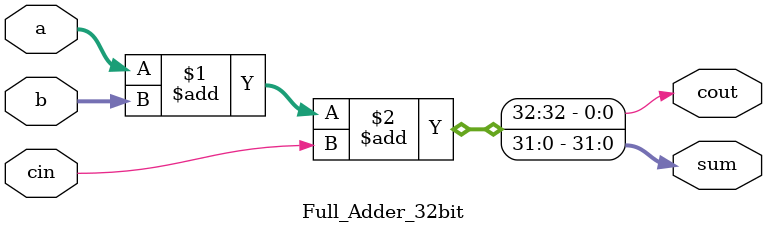
<source format=v>
module Full_Adder_32bit(
    input [31:0] a, b,
    input cin,
    output [31:0] sum,
    output cout
);
    
    assign {cout, sum} = a + b + cin;

endmodule
</source>
